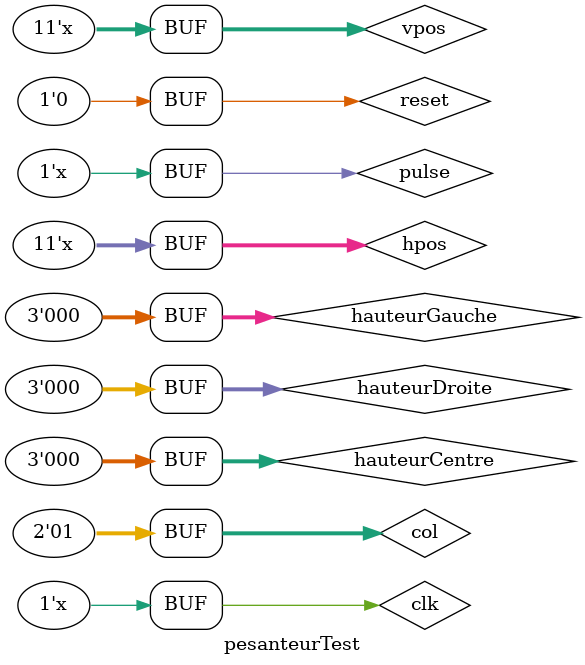
<source format=v>
`timescale 1ns / 1ps


module pesanteurTest;

	// Inputs
	reg [2:0] hauteurGauche;
	reg [2:0] hauteurCentre;
	reg [2:0] hauteurDroite;
	reg [1:0] col;
	reg [10:0] hpos;
	reg [10:0] vpos;
	reg pulse;
	reg reset;
	reg clk;

	// Outputs
	wire PlusGauche;
	wire PlusCentre;
	wire PlusDroite;
	wire Aligne;
	wire Perdu;
	wire [2:0] Row;
	wire [4:0] Couleur;

	// Instantiate the Unit Under Test (UUT)
	Pesanteur uut (
		.hauteurGauche(hauteurGauche), 
		.hauteurCentre(hauteurCentre), 
		.hauteurDroite(hauteurDroite), 
		.col(col), 
		.hpos(hpos), 
		.vpos(vpos), 
		.pulse(pulse), 
		.reset(reset), 
		.clk(clk), 
		.PlusGauche(PlusGauche), 
		.PlusCentre(PlusCentre), 
		.PlusDroite(PlusDroite), 
		.Aligne(Aligne), 
		.Perdu(Perdu), 
		.Row(Row), 
		.Couleur(Couleur)
	);

	initial begin
		// Initialize Inputs
		hauteurGauche = 0;
		hauteurCentre = 0;
		hauteurDroite = 0;
		col = 1;
		hpos = 0;
		vpos = 0;
		pulse = 0;
		reset = 1;
		clk = 0;

		// Wait 100 ns for global reset to finish
		#100;
		
		reset = 0;
        
		// Add stimulus here

	end
	
	always #10 begin 
		clk = clk + 1;
		hpos = hpos + 1;
		vpos = vpos + 1;
	end
	
	always #20 begin
		pulse = pulse + 1;
	end
	
      
endmodule


</source>
